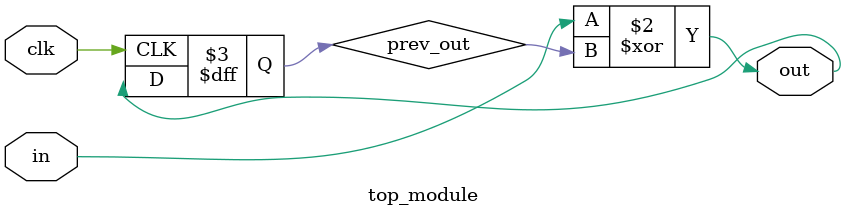
<source format=sv>
module top_module (
    input clk,
    input in,
    output logic out
);
    
    logic prev_out;
    
    always_ff @(posedge clk)
        prev_out <= out;
    
    assign out = in ^ prev_out;
    
endmodule

</source>
